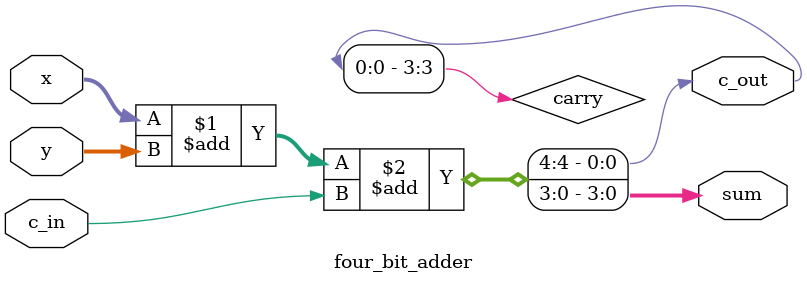
<source format=v>
module four_bit_adder (
  input [3:0] x,
  input [3:0] y,
  input c_in,
  output c_out,
  output [3:0] sum
);

  wire [3:0] carry;
  
 
  assign {carry[3], sum[3:0]} = x + y + c_in;
  
  assign c_out = carry[3];

endmodule

</source>
